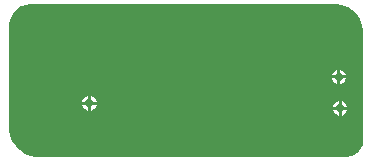
<source format=gbr>
%TF.GenerationSoftware,Altium Limited,Altium Designer,24.7.2 (38)*%
G04 Layer_Physical_Order=2*
G04 Layer_Color=16711680*
%FSLAX45Y45*%
%MOMM*%
%TF.SameCoordinates,E62C00BC-2682-4819-A5F8-2A4CFBBBB381*%
%TF.FilePolarity,Positive*%
%TF.FileFunction,Copper,L2,Bot,Signal*%
%TF.Part,Single*%
G01*
G75*
%TA.AperFunction,ViaPad*%
%ADD16C,0.70000*%
G36*
X2822922Y1390392D02*
X2868419Y1371547D01*
X2909366Y1344188D01*
X2944188Y1309366D01*
X2971547Y1268419D01*
X2990393Y1222922D01*
X3000000Y1174623D01*
Y1150000D01*
Y250000D01*
Y235226D01*
X2994236Y206247D01*
X2982928Y178948D01*
X2966512Y154381D01*
X2945619Y133487D01*
X2921052Y117072D01*
X2893753Y105764D01*
X2864774Y100000D01*
X228983D01*
X179911Y109761D01*
X133686Y128908D01*
X92084Y156705D01*
X56705Y192084D01*
X28908Y233686D01*
X9761Y279911D01*
X0Y328983D01*
Y354000D01*
Y1200000D01*
Y1219698D01*
X7686Y1258338D01*
X22762Y1294735D01*
X44650Y1327492D01*
X72507Y1355350D01*
X105264Y1377238D01*
X141662Y1392314D01*
X180302Y1400000D01*
X2774623D01*
X2822922Y1390392D01*
D02*
G37*
%LPC*%
G36*
X2805200Y839216D02*
Y791800D01*
X2852616D01*
X2843704Y813314D01*
X2826714Y830305D01*
X2805200Y839216D01*
D02*
G37*
G36*
X2779800D02*
X2758286Y830305D01*
X2741295Y813314D01*
X2732384Y791800D01*
X2779800D01*
Y839216D01*
D02*
G37*
G36*
X2852616Y766400D02*
X2805200D01*
Y718984D01*
X2826714Y727895D01*
X2843704Y744886D01*
X2852616Y766400D01*
D02*
G37*
G36*
X2779800D02*
X2732384D01*
X2741295Y744886D01*
X2758286Y727895D01*
X2779800Y718984D01*
Y766400D01*
D02*
G37*
G36*
X695200Y615116D02*
Y567700D01*
X742616D01*
X733705Y589214D01*
X716714Y606205D01*
X695200Y615116D01*
D02*
G37*
G36*
X669800D02*
X648286Y606205D01*
X631295Y589214D01*
X622384Y567700D01*
X669800D01*
Y615116D01*
D02*
G37*
G36*
X2817900Y572516D02*
Y525100D01*
X2865316D01*
X2856404Y546614D01*
X2839414Y563605D01*
X2817900Y572516D01*
D02*
G37*
G36*
X2792500D02*
X2770986Y563605D01*
X2753995Y546614D01*
X2745084Y525100D01*
X2792500D01*
Y572516D01*
D02*
G37*
G36*
X742616Y542300D02*
X695200D01*
Y494884D01*
X716714Y503795D01*
X733705Y520786D01*
X742616Y542300D01*
D02*
G37*
G36*
X669800D02*
X622384D01*
X631295Y520786D01*
X648286Y503795D01*
X669800Y494884D01*
Y542300D01*
D02*
G37*
G36*
X2865316Y499700D02*
X2817900D01*
Y452284D01*
X2839414Y461195D01*
X2856404Y478186D01*
X2865316Y499700D01*
D02*
G37*
G36*
X2792500D02*
X2745084D01*
X2753995Y478186D01*
X2770986Y461195D01*
X2792500Y452284D01*
Y499700D01*
D02*
G37*
%LPD*%
D16*
X682500Y555000D02*
D03*
X2805200Y512400D02*
D03*
X2792500Y779100D02*
D03*
%TF.MD5,55191ec3cf34f6e472b3310916561260*%
M02*

</source>
